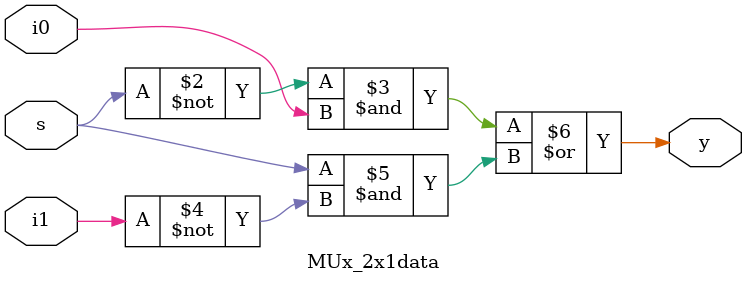
<source format=v>
`timescale 1ns / 1ps


module MUx_2x1data(
    input i0,
    input i1,
    input s,
    output reg y
    );
always@(i0 or i1 or s)
begin
y=((~s)&i0)|(s&(~i1));
end
endmodule

</source>
